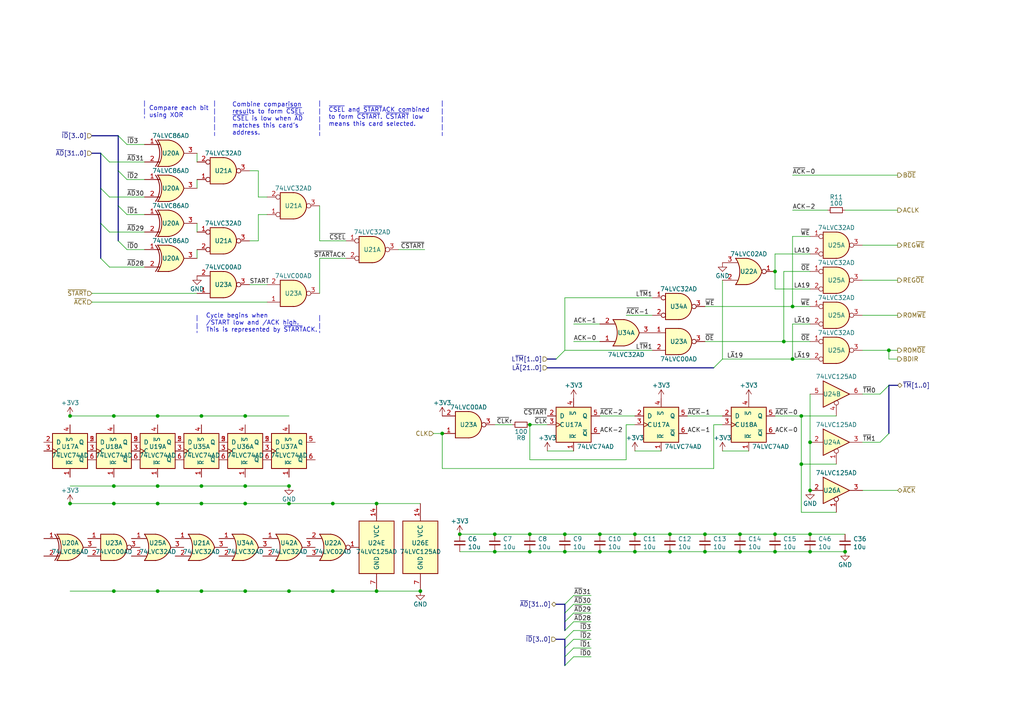
<source format=kicad_sch>
(kicad_sch (version 20211123) (generator eeschema)
  (paper "A4")
  (title_block (title "NuBus-ESP32") (date "2021-11-18") (rev "0.1") (company "Garrett's Workshop"))
  (lib_symbols
    (symbol "74xx:74LS00" (pin_names (offset 1.016))
      (property "Reference" "U" (at 0 1.27 0))
      (property "Value" "74LS00" (at 0 -1.27 0))
      (symbol "74LS00_1_1"
        (pin input line (at -7.62 2.54 0) (length 3.81) (name "~") (number "1"))
        (pin input line (at -7.62 -2.54 0) (length 3.81) (name "~") (number "2"))
        (pin output inverted (at 7.62 0 180) (length 3.81) (name "~") (number "3"))
      )
      (symbol "74LS00_1_2"
        (pin input inverted (at -7.62 2.54 0) (length 4.318) (name "~") (number "1"))
        (pin input inverted (at -7.62 -2.54 0) (length 4.318) (name "~") (number "2"))
        (pin output line (at 7.62 0 180) (length 3.81) (name "~") (number "3"))
      )
      (symbol "74LS00_2_1"
        (pin input line (at -7.62 2.54 0) (length 3.81) (name "~") (number "4"))
        (pin input line (at -7.62 -2.54 0) (length 3.81) (name "~") (number "5"))
        (pin output inverted (at 7.62 0 180) (length 3.81) (name "~") (number "6"))
      )
      (symbol "74LS00_2_2"
        (pin input inverted (at -7.62 2.54 0) (length 4.318) (name "~") (number "4"))
        (pin input inverted (at -7.62 -2.54 0) (length 4.318) (name "~") (number "5"))
        (pin output line (at 7.62 0 180) (length 3.81) (name "~") (number "6"))
      )
      (symbol "74LS00_3_1"
        (pin input line (at -7.62 -2.54 0) (length 3.81) (name "~") (number "10"))
        (pin output inverted (at 7.62 0 180) (length 3.81) (name "~") (number "8"))
        (pin input line (at -7.62 2.54 0) (length 3.81) (name "~") (number "9"))
      )
      (symbol "74LS00_3_2"
        (pin input inverted (at -7.62 -2.54 0) (length 4.318) (name "~") (number "10"))
        (pin output line (at 7.62 0 180) (length 3.81) (name "~") (number "8"))
        (pin input inverted (at -7.62 2.54 0) (length 4.318) (name "~") (number "9"))
      )
      (symbol "74LS00_4_1"
        (pin output inverted (at 7.62 0 180) (length 3.81) (name "~") (number "11"))
        (pin input line (at -7.62 2.54 0) (length 3.81) (name "~") (number "12"))
        (pin input line (at -7.62 -2.54 0) (length 3.81) (name "~") (number "13"))
      )
      (symbol "74LS00_4_2"
        (pin output line (at 7.62 0 180) (length 3.81) (name "~") (number "11"))
        (pin input inverted (at -7.62 2.54 0) (length 4.318) (name "~") (number "12"))
        (pin input inverted (at -7.62 -2.54 0) (length 4.318) (name "~") (number "13"))
      )
      (symbol "74LS00_5_0"
        (pin power_in line (at 0 12.7 270) (length 5.08) (name "VCC") (number "14"))
        (pin power_in line (at 0 -12.7 90) (length 5.08) (name "GND") (number "7"))
      )
    )
    (symbol "74xx:74LS02" (pin_names (offset 1.016))
      (property "Reference" "U" (at 0 1.27 0))
      (property "Value" "74LS02" (at 0 -1.27 0))
      (symbol "74LS02_1_1"
        (pin output inverted (at 7.62 0 180) (length 3.81) (name "~") (number "1"))
        (pin input line (at -7.62 2.54 0) (length 4.318) (name "~") (number "2"))
        (pin input line (at -7.62 -2.54 0) (length 4.318) (name "~") (number "3"))
      )
      (symbol "74LS02_1_2"
        (pin output line (at 7.62 0 180) (length 3.81) (name "~") (number "1"))
        (pin input inverted (at -7.62 2.54 0) (length 3.81) (name "~") (number "2"))
        (pin input inverted (at -7.62 -2.54 0) (length 3.81) (name "~") (number "3"))
      )
      (symbol "74LS02_2_1"
        (pin output inverted (at 7.62 0 180) (length 3.81) (name "~") (number "4"))
        (pin input line (at -7.62 2.54 0) (length 4.318) (name "~") (number "5"))
        (pin input line (at -7.62 -2.54 0) (length 4.318) (name "~") (number "6"))
      )
      (symbol "74LS02_2_2"
        (pin output line (at 7.62 0 180) (length 3.81) (name "~") (number "4"))
        (pin input inverted (at -7.62 2.54 0) (length 3.81) (name "~") (number "5"))
        (pin input inverted (at -7.62 -2.54 0) (length 3.81) (name "~") (number "6"))
      )
      (symbol "74LS02_3_1"
        (pin output inverted (at 7.62 0 180) (length 3.81) (name "~") (number "10"))
        (pin input line (at -7.62 2.54 0) (length 4.318) (name "~") (number "8"))
        (pin input line (at -7.62 -2.54 0) (length 4.318) (name "~") (number "9"))
      )
      (symbol "74LS02_3_2"
        (pin output line (at 7.62 0 180) (length 3.81) (name "~") (number "10"))
        (pin input inverted (at -7.62 2.54 0) (length 3.81) (name "~") (number "8"))
        (pin input inverted (at -7.62 -2.54 0) (length 3.81) (name "~") (number "9"))
      )
      (symbol "74LS02_4_1"
        (pin input line (at -7.62 2.54 0) (length 4.318) (name "~") (number "11"))
        (pin input line (at -7.62 -2.54 0) (length 4.318) (name "~") (number "12"))
        (pin output inverted (at 7.62 0 180) (length 3.81) (name "~") (number "13"))
      )
      (symbol "74LS02_4_2"
        (pin input inverted (at -7.62 2.54 0) (length 3.81) (name "~") (number "11"))
        (pin input inverted (at -7.62 -2.54 0) (length 3.81) (name "~") (number "12"))
        (pin output line (at 7.62 0 180) (length 3.81) (name "~") (number "13"))
      )
      (symbol "74LS02_5_0"
        (pin power_in line (at 0 12.7 270) (length 5.08) (name "VCC") (number "14"))
        (pin power_in line (at 0 -12.7 90) (length 5.08) (name "GND") (number "7"))
      )
    )
    (symbol "74xx:74LS125" (pin_names (offset 1.016))
      (property "Reference" "U" (at 0 1.27 0))
      (property "Value" "74LS125" (at 0 -1.27 0))
      (symbol "74LS125_1_0"
        (pin input inverted (at 0 -6.35 90) (length 4.445) (name "~") (number "1"))
        (pin input line (at -7.62 0 0) (length 3.81) (name "~") (number "2"))
        (pin tri_state line (at 7.62 0 180) (length 3.81) (name "~") (number "3"))
      )
      (symbol "74LS125_2_0"
        (pin input inverted (at 0 -6.35 90) (length 4.445) (name "~") (number "4"))
        (pin input line (at -7.62 0 0) (length 3.81) (name "~") (number "5"))
        (pin tri_state line (at 7.62 0 180) (length 3.81) (name "~") (number "6"))
      )
      (symbol "74LS125_3_0"
        (pin input inverted (at 0 -6.35 90) (length 4.445) (name "~") (number "10"))
        (pin tri_state line (at 7.62 0 180) (length 3.81) (name "~") (number "8"))
        (pin input line (at -7.62 0 0) (length 3.81) (name "~") (number "9"))
      )
      (symbol "74LS125_4_0"
        (pin tri_state line (at 7.62 0 180) (length 3.81) (name "~") (number "11"))
        (pin input line (at -7.62 0 0) (length 3.81) (name "~") (number "12"))
        (pin input inverted (at 0 -6.35 90) (length 4.445) (name "~") (number "13"))
      )
      (symbol "74LS125_5_0"
        (pin power_in line (at 0 12.7 270) (length 5.08) (name "VCC") (number "14"))
        (pin power_in line (at 0 -12.7 90) (length 5.08) (name "GND") (number "7"))
      )
    )
    (symbol "74xx:74LS32" (pin_names (offset 1.016))
      (property "Reference" "U" (at 0 1.27 0))
      (property "Value" "74LS32" (at 0 -1.27 0))
      (symbol "74LS32_1_1"
        (pin input line (at -7.62 2.54 0) (length 4.318) (name "~") (number "1"))
        (pin input line (at -7.62 -2.54 0) (length 4.318) (name "~") (number "2"))
        (pin output line (at 7.62 0 180) (length 3.81) (name "~") (number "3"))
      )
      (symbol "74LS32_1_2"
        (pin input inverted (at -7.62 2.54 0) (length 3.81) (name "~") (number "1"))
        (pin input inverted (at -7.62 -2.54 0) (length 3.81) (name "~") (number "2"))
        (pin output inverted (at 7.62 0 180) (length 3.81) (name "~") (number "3"))
      )
      (symbol "74LS32_2_1"
        (pin input line (at -7.62 2.54 0) (length 4.318) (name "~") (number "4"))
        (pin input line (at -7.62 -2.54 0) (length 4.318) (name "~") (number "5"))
        (pin output line (at 7.62 0 180) (length 3.81) (name "~") (number "6"))
      )
      (symbol "74LS32_2_2"
        (pin input inverted (at -7.62 2.54 0) (length 3.81) (name "~") (number "4"))
        (pin input inverted (at -7.62 -2.54 0) (length 3.81) (name "~") (number "5"))
        (pin output inverted (at 7.62 0 180) (length 3.81) (name "~") (number "6"))
      )
      (symbol "74LS32_3_1"
        (pin input line (at -7.62 -2.54 0) (length 4.318) (name "~") (number "10"))
        (pin output line (at 7.62 0 180) (length 3.81) (name "~") (number "8"))
        (pin input line (at -7.62 2.54 0) (length 4.318) (name "~") (number "9"))
      )
      (symbol "74LS32_3_2"
        (pin input inverted (at -7.62 -2.54 0) (length 3.81) (name "~") (number "10"))
        (pin output inverted (at 7.62 0 180) (length 3.81) (name "~") (number "8"))
        (pin input inverted (at -7.62 2.54 0) (length 3.81) (name "~") (number "9"))
      )
      (symbol "74LS32_4_1"
        (pin output line (at 7.62 0 180) (length 3.81) (name "~") (number "11"))
        (pin input line (at -7.62 2.54 0) (length 4.318) (name "~") (number "12"))
        (pin input line (at -7.62 -2.54 0) (length 4.318) (name "~") (number "13"))
      )
      (symbol "74LS32_4_2"
        (pin output inverted (at 7.62 0 180) (length 3.81) (name "~") (number "11"))
        (pin input inverted (at -7.62 2.54 0) (length 3.81) (name "~") (number "12"))
        (pin input inverted (at -7.62 -2.54 0) (length 3.81) (name "~") (number "13"))
      )
      (symbol "74LS32_5_0"
        (pin power_in line (at 0 12.7 270) (length 5.08) (name "VCC") (number "14"))
        (pin power_in line (at 0 -12.7 90) (length 5.08) (name "GND") (number "7"))
      )
    )
    (symbol "74xx:74LS74" (pin_names (offset 1.016))
      (property "Reference" "U" (at -7.62 8.89 0))
      (property "Value" "74LS74" (at -7.62 -8.89 0))
      (symbol "74LS74_1_0"
        (pin input line (at 0 -7.62 90) (length 2.54) (name "~{R}") (number "1"))
        (pin input line (at -7.62 2.54 0) (length 2.54) (name "D") (number "2"))
        (pin input clock (at -7.62 0 0) (length 2.54) (name "C") (number "3"))
        (pin input line (at 0 7.62 270) (length 2.54) (name "~{S}") (number "4"))
        (pin output line (at 7.62 2.54 180) (length 2.54) (name "Q") (number "5"))
        (pin output line (at 7.62 -2.54 180) (length 2.54) (name "~{Q}") (number "6"))
      )
      (symbol "74LS74_2_0"
        (pin input line (at 0 7.62 270) (length 2.54) (name "~{S}") (number "10"))
        (pin input clock (at -7.62 0 0) (length 2.54) (name "C") (number "11"))
        (pin input line (at -7.62 2.54 0) (length 2.54) (name "D") (number "12"))
        (pin input line (at 0 -7.62 90) (length 2.54) (name "~{R}") (number "13"))
        (pin output line (at 7.62 -2.54 180) (length 2.54) (name "~{Q}") (number "8"))
        (pin output line (at 7.62 2.54 180) (length 2.54) (name "Q") (number "9"))
      )
      (symbol "74LS74_3_0"
        (pin power_in line (at 0 10.16 270) (length 2.54) (name "VCC") (number "14"))
        (pin power_in line (at 0 -10.16 90) (length 2.54) (name "GND") (number "7"))
      )
    )
    (symbol "74xx:74LS86" (pin_names (offset 1.016))
      (property "Reference" "U" (at 0 1.27 0))
      (property "Value" "74LS86" (at 0 -1.27 0))
      (symbol "74LS86_1_0"
        (pin input line (at -7.62 2.54 0) (length 4.445) (name "~") (number "1"))
        (pin input line (at -7.62 -2.54 0) (length 4.445) (name "~") (number "2"))
        (pin output line (at 7.62 0 180) (length 3.81) (name "~") (number "3"))
      )
      (symbol "74LS86_2_0"
        (pin input line (at -7.62 2.54 0) (length 4.445) (name "~") (number "4"))
        (pin input line (at -7.62 -2.54 0) (length 4.445) (name "~") (number "5"))
        (pin output line (at 7.62 0 180) (length 3.81) (name "~") (number "6"))
      )
      (symbol "74LS86_3_0"
        (pin input line (at -7.62 -2.54 0) (length 4.445) (name "~") (number "10"))
        (pin output line (at 7.62 0 180) (length 3.81) (name "~") (number "8"))
        (pin input line (at -7.62 2.54 0) (length 4.445) (name "~") (number "9"))
      )
      (symbol "74LS86_4_0"
        (pin output line (at 7.62 0 180) (length 3.81) (name "~") (number "11"))
        (pin input line (at -7.62 2.54 0) (length 4.445) (name "~") (number "12"))
        (pin input line (at -7.62 -2.54 0) (length 4.445) (name "~") (number "13"))
      )
      (symbol "74LS86_5_0"
        (pin power_in line (at 0 12.7 270) (length 5.08) (name "VCC") (number "14"))
        (pin power_in line (at 0 -12.7 90) (length 5.08) (name "GND") (number "7"))
      )
    )
    (symbol "Device:C_Small" (pin_numbers hide) (pin_names (offset 0.254) hide)
      (property "Reference" "C" (at 0.254 1.778 0))
      (property "Value" "C_Small" (at 0.254 -2.032 0))
      (symbol "C_Small_1_1"
        (pin passive line (at 0 2.54 270) (length 2.032) (name "~") (number "1"))
        (pin passive line (at 0 -2.54 90) (length 2.032) (name "~") (number "2"))
      )
    )
    (symbol "Device:R_Small" (pin_numbers hide) (pin_names (offset 0.254) hide)
      (property "Reference" "R" (at 0.762 0.508 0))
      (property "Value" "R_Small" (at 0.762 -1.016 0))
      (symbol "R_Small_1_1"
        (pin passive line (at 0 2.54 270) (length 0.762) (name "~") (number "1"))
        (pin passive line (at 0 -2.54 90) (length 0.762) (name "~") (number "2"))
      )
    )
    (symbol "power:+3V3" (power) (pin_names (offset 0))
      (property "Value" "+3V3" (at 0 3.556 0))
      (symbol "+3V3_1_1"
        (pin power_in line (at 0 0 90) (length 0) hide (name "+3V3") (number "1"))
      )
    )
    (symbol "power:GND" (power) (pin_names (offset 0))
      (property "Value" "GND" (at 0 -3.81 0))
      (symbol "GND_1_1"
        (pin power_in line (at 0 0 270) (length 0) hide (name "GND") (number "1"))
      )
    )
  )
  (junction (at 128.27 125.73))
  (junction (at 232.41 120.65))
  (junction (at 153.67 154.94))
  (junction (at 58.42 171.45))
  (junction (at 184.15 160.02))
  (junction (at 33.02 171.45))
  (junction (at 121.92 171.45))
  (junction (at 184.15 154.94))
  (junction (at 194.31 160.02))
  (junction (at 163.83 160.02))
  (junction (at 194.31 154.94))
  (junction (at 33.02 146.05))
  (junction (at 173.99 160.02))
  (junction (at 96.52 171.45))
  (junction (at 109.22 171.45))
  (junction (at 163.83 154.94))
  (junction (at 45.72 120.65))
  (junction (at 229.87 88.9))
  (junction (at 45.72 146.05))
  (junction (at 143.51 160.02))
  (junction (at 58.42 146.05))
  (junction (at 224.79 154.94))
  (junction (at 20.32 146.05))
  (junction (at 33.02 120.65))
  (junction (at 96.52 146.05))
  (junction (at 83.82 171.45))
  (junction (at 214.63 154.94))
  (junction (at 133.35 154.94))
  (junction (at 71.12 140.97))
  (junction (at 153.67 123.19))
  (junction (at 234.95 128.27))
  (junction (at 232.41 134.62))
  (junction (at 224.79 78.74))
  (junction (at 45.72 171.45))
  (junction (at 20.32 120.65))
  (junction (at 234.95 154.94))
  (junction (at 153.67 160.02))
  (junction (at 224.79 160.02))
  (junction (at 204.47 160.02))
  (junction (at 83.82 140.97))
  (junction (at 109.22 146.05))
  (junction (at 234.95 142.24))
  (junction (at 83.82 146.05))
  (junction (at 257.81 101.6))
  (junction (at 227.33 99.06))
  (junction (at 204.47 154.94))
  (junction (at 71.12 171.45))
  (junction (at 33.02 140.97))
  (junction (at 245.11 160.02))
  (junction (at 58.42 120.65))
  (junction (at 45.72 140.97))
  (junction (at 71.12 146.05))
  (junction (at 71.12 120.65))
  (junction (at 229.87 104.14))
  (junction (at 234.95 160.02))
  (junction (at 58.42 140.97))
  (junction (at 214.63 160.02))
  (junction (at 173.99 154.94))
  (junction (at 143.51 154.94))
  (bus_entry (at 34.29 39.37) (size 2.54 2.54))
  (bus_entry (at 29.21 74.93) (size 2.54 2.54))
  (bus_entry (at 34.29 49.53) (size 2.54 2.54))
  (bus_entry (at 163.83 182.88) (size 2.54 -2.54))
  (bus_entry (at 163.83 193.04) (size 2.54 -2.54))
  (bus_entry (at 161.29 104.14) (size 2.54 -2.54))
  (bus_entry (at 163.83 180.34) (size 2.54 -2.54))
  (bus_entry (at 207.01 106.68) (size 2.54 -2.54))
  (bus_entry (at 257.81 111.76) (size -2.54 2.54))
  (bus_entry (at 29.21 64.77) (size 2.54 2.54))
  (bus_entry (at 163.83 190.5) (size 2.54 -2.54))
  (bus_entry (at 29.21 44.45) (size 2.54 2.54))
  (bus_entry (at 163.83 177.8) (size 2.54 -2.54))
  (bus_entry (at 29.21 54.61) (size 2.54 2.54))
  (bus_entry (at 163.83 175.26) (size 2.54 -2.54))
  (bus_entry (at 34.29 59.69) (size 2.54 2.54))
  (bus_entry (at 257.81 125.73) (size -2.54 2.54))
  (bus_entry (at 34.29 69.85) (size 2.54 2.54))
  (bus_entry (at 163.83 187.96) (size 2.54 -2.54))
  (bus_entry (at 163.83 185.42) (size 2.54 -2.54))
  (wire (pts (xy 83.82 171.45) (xy 96.52 171.45)))
  (wire (pts (xy 71.12 140.97) (xy 58.42 140.97)))
  (wire (pts (xy 31.75 67.31) (xy 41.91 67.31)))
  (wire (pts (xy 83.82 140.97) (xy 71.12 140.97)))
  (wire (pts (xy 240.03 60.96) (xy 229.87 60.96)))
  (wire (pts (xy 229.87 68.58) (xy 234.95 68.58)))
  (wire (pts (xy 250.19 91.44) (xy 260.35 91.44)))
  (wire (pts (xy 36.83 41.91) (xy 41.91 41.91)))
  (wire (pts (xy 234.95 154.94) (xy 245.11 154.94)))
  (wire (pts (xy 72.39 82.55) (xy 77.47 82.55)))
  (wire (pts (xy 260.35 104.14) (xy 257.81 104.14)))
  (wire (pts (xy 209.55 130.81) (xy 217.17 130.81)))
  (wire (pts (xy 229.87 88.9) (xy 229.87 68.58)))
  (bus (pts (xy 26.67 44.45) (xy 29.21 44.45)))
  (polyline (pts (xy 92.71 91.44) (xy 92.71 96.52)))
  (wire (pts (xy 234.95 128.27) (xy 234.95 114.3)))
  (wire (pts (xy 36.83 62.23) (xy 41.91 62.23)))
  (wire (pts (xy 128.27 125.73) (xy 128.27 135.89)))
  (wire (pts (xy 227.33 78.74) (xy 234.95 78.74)))
  (bus (pts (xy 207.01 106.68) (xy 158.75 106.68)))
  (wire (pts (xy 214.63 154.94) (xy 204.47 154.94)))
  (wire (pts (xy 229.87 93.98) (xy 229.87 104.14)))
  (wire (pts (xy 181.61 133.35) (xy 153.67 133.35)))
  (wire (pts (xy 255.27 128.27) (xy 250.19 128.27)))
  (wire (pts (xy 163.83 160.02) (xy 153.67 160.02)))
  (bus (pts (xy 163.83 180.34) (xy 163.83 182.88)))
  (wire (pts (xy 181.61 91.44) (xy 189.23 91.44)))
  (wire (pts (xy 26.67 87.63) (xy 77.47 87.63)))
  (wire (pts (xy 166.37 190.5) (xy 171.45 190.5)))
  (bus (pts (xy 34.29 59.69) (xy 34.29 69.85)))
  (wire (pts (xy 100.33 74.93) (xy 92.71 74.93)))
  (wire (pts (xy 166.37 180.34) (xy 171.45 180.34)))
  (wire (pts (xy 250.19 71.12) (xy 260.35 71.12)))
  (wire (pts (xy 234.95 160.02) (xy 245.11 160.02)))
  (wire (pts (xy 33.02 146.05) (xy 45.72 146.05)))
  (wire (pts (xy 96.52 146.05) (xy 109.22 146.05)))
  (wire (pts (xy 234.95 88.9) (xy 229.87 88.9)))
  (bus (pts (xy 260.35 111.76) (xy 257.81 111.76)))
  (wire (pts (xy 57.15 52.07) (xy 57.15 54.61)))
  (wire (pts (xy 45.72 140.97) (xy 33.02 140.97)))
  (wire (pts (xy 74.93 62.23) (xy 74.93 69.85)))
  (wire (pts (xy 100.33 69.85) (xy 92.71 69.85)))
  (wire (pts (xy 36.83 52.07) (xy 41.91 52.07)))
  (wire (pts (xy 214.63 160.02) (xy 224.79 160.02)))
  (wire (pts (xy 36.83 72.39) (xy 41.91 72.39)))
  (wire (pts (xy 234.95 99.06) (xy 227.33 99.06)))
  (wire (pts (xy 229.87 93.98) (xy 234.95 93.98)))
  (wire (pts (xy 209.55 120.65) (xy 199.39 120.65)))
  (bus (pts (xy 29.21 54.61) (xy 29.21 64.77)))
  (wire (pts (xy 74.93 49.53) (xy 72.39 49.53)))
  (polyline (pts (xy 41.91 29.21) (xy 41.91 34.29)))
  (bus (pts (xy 34.29 39.37) (xy 34.29 49.53)))
  (wire (pts (xy 96.52 171.45) (xy 109.22 171.45)))
  (wire (pts (xy 224.79 154.94) (xy 214.63 154.94)))
  (wire (pts (xy 232.41 120.65) (xy 232.41 134.62)))
  (wire (pts (xy 20.32 120.65) (xy 33.02 120.65)))
  (wire (pts (xy 45.72 171.45) (xy 33.02 171.45)))
  (bus (pts (xy 163.83 175.26) (xy 161.29 175.26)))
  (wire (pts (xy 204.47 160.02) (xy 214.63 160.02)))
  (wire (pts (xy 207.01 123.19) (xy 209.55 123.19)))
  (bus (pts (xy 163.83 185.42) (xy 163.83 187.96)))
  (wire (pts (xy 143.51 154.94) (xy 153.67 154.94)))
  (wire (pts (xy 125.73 125.73) (xy 128.27 125.73)))
  (wire (pts (xy 234.95 154.94) (xy 224.79 154.94)))
  (wire (pts (xy 229.87 88.9) (xy 204.47 88.9)))
  (wire (pts (xy 31.75 46.99) (xy 41.91 46.99)))
  (wire (pts (xy 57.15 44.45) (xy 57.15 46.99)))
  (wire (pts (xy 224.79 83.82) (xy 234.95 83.82)))
  (wire (pts (xy 224.79 73.66) (xy 224.79 78.74)))
  (wire (pts (xy 74.93 69.85) (xy 72.39 69.85)))
  (wire (pts (xy 77.47 62.23) (xy 74.93 62.23)))
  (wire (pts (xy 58.42 171.45) (xy 45.72 171.45)))
  (wire (pts (xy 45.72 146.05) (xy 58.42 146.05)))
  (wire (pts (xy 92.71 59.69) (xy 92.71 69.85)))
  (wire (pts (xy 109.22 146.05) (xy 121.92 146.05)))
  (bus (pts (xy 34.29 49.53) (xy 34.29 59.69)))
  (wire (pts (xy 45.72 120.65) (xy 58.42 120.65)))
  (wire (pts (xy 121.92 171.45) (xy 109.22 171.45)))
  (bus (pts (xy 163.83 175.26) (xy 163.83 177.8)))
  (bus (pts (xy 163.83 190.5) (xy 163.83 193.04)))
  (wire (pts (xy 58.42 120.65) (xy 71.12 120.65)))
  (wire (pts (xy 58.42 140.97) (xy 45.72 140.97)))
  (wire (pts (xy 227.33 99.06) (xy 204.47 99.06)))
  (wire (pts (xy 184.15 123.19) (xy 181.61 123.19)))
  (wire (pts (xy 153.67 123.19) (xy 158.75 123.19)))
  (wire (pts (xy 163.83 86.36) (xy 189.23 86.36)))
  (wire (pts (xy 166.37 182.88) (xy 171.45 182.88)))
  (wire (pts (xy 153.67 154.94) (xy 163.83 154.94)))
  (bus (pts (xy 163.83 185.42) (xy 161.29 185.42)))
  (wire (pts (xy 204.47 154.94) (xy 194.31 154.94)))
  (wire (pts (xy 128.27 135.89) (xy 207.01 135.89)))
  (wire (pts (xy 58.42 146.05) (xy 71.12 146.05)))
  (wire (pts (xy 83.82 146.05) (xy 96.52 146.05)))
  (wire (pts (xy 227.33 78.74) (xy 227.33 99.06)))
  (polyline (pts (xy 57.15 91.44) (xy 57.15 96.52)))
  (wire (pts (xy 143.51 123.19) (xy 148.59 123.19)))
  (wire (pts (xy 163.83 101.6) (xy 189.23 101.6)))
  (wire (pts (xy 255.27 114.3) (xy 250.19 114.3)))
  (wire (pts (xy 57.15 72.39) (xy 57.15 74.93)))
  (wire (pts (xy 224.79 73.66) (xy 234.95 73.66)))
  (wire (pts (xy 166.37 185.42) (xy 171.45 185.42)))
  (polyline (pts (xy 92.71 29.21) (xy 92.71 39.37)))
  (wire (pts (xy 31.75 77.47) (xy 41.91 77.47)))
  (wire (pts (xy 57.15 64.77) (xy 57.15 67.31)))
  (wire (pts (xy 229.87 50.8) (xy 260.35 50.8)))
  (wire (pts (xy 158.75 130.81) (xy 166.37 130.81)))
  (wire (pts (xy 207.01 135.89) (xy 207.01 123.19)))
  (wire (pts (xy 166.37 93.98) (xy 173.99 93.98)))
  (wire (pts (xy 33.02 140.97) (xy 20.32 140.97)))
  (wire (pts (xy 20.32 146.05) (xy 33.02 146.05)))
  (wire (pts (xy 26.67 85.09) (xy 57.15 85.09)))
  (wire (pts (xy 232.41 148.59) (xy 242.57 148.59)))
  (wire (pts (xy 153.67 160.02) (xy 143.51 160.02)))
  (wire (pts (xy 58.42 171.45) (xy 71.12 171.45)))
  (wire (pts (xy 92.71 74.93) (xy 92.71 85.09)))
  (wire (pts (xy 250.19 81.28) (xy 260.35 81.28)))
  (wire (pts (xy 166.37 187.96) (xy 171.45 187.96)))
  (wire (pts (xy 115.57 72.39) (xy 123.19 72.39)))
  (bus (pts (xy 29.21 44.45) (xy 29.21 54.61)))
  (wire (pts (xy 83.82 146.05) (xy 71.12 146.05)))
  (bus (pts (xy 163.83 187.96) (xy 163.83 190.5)))
  (wire (pts (xy 33.02 171.45) (xy 20.32 171.45)))
  (wire (pts (xy 250.19 101.6) (xy 257.81 101.6)))
  (wire (pts (xy 184.15 160.02) (xy 194.31 160.02)))
  (wire (pts (xy 166.37 175.26) (xy 171.45 175.26)))
  (wire (pts (xy 166.37 172.72) (xy 171.45 172.72)))
  (wire (pts (xy 232.41 120.65) (xy 242.57 120.65)))
  (wire (pts (xy 257.81 101.6) (xy 260.35 101.6)))
  (wire (pts (xy 245.11 60.96) (xy 260.35 60.96)))
  (polyline (pts (xy 62.23 29.21) (xy 62.23 39.37)))
  (wire (pts (xy 173.99 154.94) (xy 163.83 154.94)))
  (wire (pts (xy 232.41 134.62) (xy 232.41 148.59)))
  (polyline (pts (xy 128.27 29.21) (xy 128.27 39.37)))
  (wire (pts (xy 194.31 154.94) (xy 184.15 154.94)))
  (wire (pts (xy 224.79 78.74) (xy 224.79 83.82)))
  (wire (pts (xy 209.55 81.28) (xy 209.55 104.14)))
  (wire (pts (xy 163.83 101.6) (xy 163.83 86.36)))
  (wire (pts (xy 77.47 57.15) (xy 74.93 57.15)))
  (wire (pts (xy 153.67 133.35) (xy 153.67 123.19)))
  (bus (pts (xy 257.81 125.73) (xy 257.81 111.76)))
  (wire (pts (xy 133.35 154.94) (xy 143.51 154.94)))
  (wire (pts (xy 209.55 104.14) (xy 229.87 104.14)))
  (bus (pts (xy 163.83 177.8) (xy 163.83 180.34)))
  (wire (pts (xy 163.83 160.02) (xy 173.99 160.02)))
  (wire (pts (xy 229.87 104.14) (xy 234.95 104.14)))
  (wire (pts (xy 184.15 130.81) (xy 191.77 130.81)))
  (wire (pts (xy 194.31 160.02) (xy 204.47 160.02)))
  (wire (pts (xy 33.02 120.65) (xy 45.72 120.65)))
  (wire (pts (xy 71.12 171.45) (xy 83.82 171.45)))
  (wire (pts (xy 31.75 57.15) (xy 41.91 57.15)))
  (wire (pts (xy 257.81 104.14) (xy 257.81 101.6)))
  (wire (pts (xy 234.95 142.24) (xy 234.95 128.27)))
  (wire (pts (xy 184.15 154.94) (xy 173.99 154.94)))
  (wire (pts (xy 173.99 160.02) (xy 184.15 160.02)))
  (wire (pts (xy 232.41 134.62) (xy 242.57 134.62)))
  (wire (pts (xy 74.93 57.15) (xy 74.93 49.53)))
  (wire (pts (xy 224.79 160.02) (xy 234.95 160.02)))
  (bus (pts (xy 29.21 64.77) (xy 29.21 74.93)))
  (wire (pts (xy 166.37 177.8) (xy 171.45 177.8)))
  (wire (pts (xy 143.51 160.02) (xy 133.35 160.02)))
  (wire (pts (xy 224.79 120.65) (xy 232.41 120.65)))
  (wire (pts (xy 166.37 99.06) (xy 173.99 99.06)))
  (wire (pts (xy 181.61 123.19) (xy 181.61 133.35)))
  (wire (pts (xy 71.12 120.65) (xy 83.82 120.65)))
  (wire (pts (xy 184.15 120.65) (xy 173.99 120.65)))
  (wire (pts (xy 250.19 142.24) (xy 260.35 142.24)))
  (bus (pts (xy 34.29 39.37) (xy 26.67 39.37)))
  (bus (pts (xy 158.75 104.14) (xy 161.29 104.14)))
  (text "~{CSEL} and ~{START}ACK combined\nto form ~{CSTART}. ~{CSTART} low\nmeans this card selected." (at 95.25 36.83 0) (effects (font (size 1.27 1.27)) (justify left bottom)))
  (text "Cycle begins when\n/START low and /ACK high.\nThis is represented by ~{START}ACK." (at 59.69 96.52 0) (effects (font (size 1.27 1.27)) (justify left bottom)))
  (text "Compare each bit\nusing XOR" (at 43.18 34.29 0) (effects (font (size 1.27 1.27)) (justify left bottom)))
  (text "Combine comparison\nresults to form ~{CSEL}.\n~{CSEL} is low when ~{AD}\nmatches this card’s\naddress." (at 67.31 39.37 0) (effects (font (size 1.27 1.27)) (justify left bottom)))
  (label "~{CLK}r" (at 148.59 123.19 180))
  (label "~{START}ACK" (at 100.33 74.93 180))
  (label "~{ID}3" (at 171.45 182.88 180))
  (label "~{ACK}-1" (at 199.39 120.65 0))
  (label "L~{A}19" (at 210.82 104.14 0))
  (label "~{ACK}-0" (at 224.79 120.65 0))
  (label "ACK-0" (at 166.37 99.06 0))
  (label "~{ID}2" (at 171.45 185.42 180))
  (label "~{AD}31" (at 171.45 172.72 180))
  (label "~{CLK}" (at 158.75 123.19 180))
  (label "~{OE}" (at 204.47 99.06 0))
  (label "~{CSTART}" (at 158.75 120.65 180))
  (label "~{ACK}-2" (at 173.99 120.65 0))
  (label "~{WE}" (at 234.95 68.58 180))
  (label "LA19" (at 234.95 73.66 180))
  (label "~{CSEL}" (at 100.33 69.85 180))
  (label "~{ID}0" (at 171.45 190.5 180))
  (label "ACK-2" (at 229.87 60.96 0))
  (label "~{WE}" (at 204.47 88.9 0))
  (label "~{AD}30" (at 36.83 57.15 0))
  (label "LA19" (at 234.95 83.82 180))
  (label "~{AD}29" (at 171.45 177.8 180))
  (label "~{ID}1" (at 36.83 62.23 0))
  (label "~{ACK}-0" (at 229.87 50.8 0))
  (label "L~{A}19" (at 234.95 104.14 180))
  (label "~{AD}28" (at 171.45 180.34 180))
  (label "~{ID}2" (at 36.83 52.07 0))
  (label "ACK-2" (at 173.99 125.73 0))
  (label "~{AD}29" (at 36.83 67.31 0))
  (label "~{OE}" (at 234.95 99.06 180))
  (label "~{ID}3" (at 36.83 41.91 0))
  (label "L~{A}19" (at 234.95 93.98 180))
  (label "ACK-1" (at 199.39 125.73 0))
  (label "~{ID}0" (at 36.83 72.39 0))
  (label "~{ID}1" (at 171.45 187.96 180))
  (label "START" (at 72.39 82.55 0))
  (label "~{AD}31" (at 36.83 46.99 0))
  (label "~{CSTART}" (at 123.19 72.39 180))
  (label "ACK-0" (at 224.79 125.73 0))
  (label "~{AD}30" (at 171.45 175.26 180))
  (label "~{TM}1" (at 250.19 128.27 0))
  (label "~{ACK}-1" (at 181.61 91.44 0))
  (label "~{OE}" (at 234.95 78.74 180))
  (label "ACK-1" (at 166.37 93.98 0))
  (label "L~{TM}1" (at 189.23 101.6 180))
  (label "~{WE}" (at 234.95 88.9 180))
  (label "L~{TM}1" (at 189.23 86.36 180))
  (label "~{AD}28" (at 36.83 77.47 0))
  (label "~{TM}0" (at 250.19 114.3 0))
  (hierarchical_label "~{AD}[31..0]" (shape input) (at 26.67 44.45 180))
  (hierarchical_label "L~{TM}[1..0]" (shape input) (at 158.75 104.14 180))
  (hierarchical_label "BDIR" (shape output) (at 260.35 104.14 0))
  (hierarchical_label "B~{OE}" (shape output) (at 260.35 50.8 0))
  (hierarchical_label "~{ID}[3..0]" (shape input) (at 26.67 39.37 180))
  (hierarchical_label "REG~{OE}" (shape output) (at 260.35 81.28 0))
  (hierarchical_label "REG~{WE}" (shape output) (at 260.35 71.12 0))
  (hierarchical_label "ROM~{OE}" (shape output) (at 260.35 101.6 0))
  (hierarchical_label "~{AD}[31..0]" (shape bidirectional) (at 161.29 175.26 180))
  (hierarchical_label "~{ACK}" (shape bidirectional) (at 260.35 142.24 0))
  (hierarchical_label "~{ACK}" (shape input) (at 26.67 87.63 180))
  (hierarchical_label "~{ID}[3..0]" (shape input) (at 161.29 185.42 180))
  (hierarchical_label "CLK" (shape input) (at 125.73 125.73 180))
  (hierarchical_label "~{TM}[1..0]" (shape bidirectional) (at 260.35 111.76 0))
  (hierarchical_label "ACLK" (shape output) (at 260.35 60.96 0))
  (hierarchical_label "L~{A}[21..0]" (shape input) (at 158.75 106.68 180))
  (hierarchical_label "~{START}" (shape input) (at 26.67 85.09 180))
  (hierarchical_label "ROM~{WE}" (shape output) (at 260.35 91.44 0))
  (symbol (lib_id "Device:R_Small") (at 151.13 123.19 90)
    (property "Reference" "R8" (at 151.13 127 90))
    (property "Value" "100" (at 151.13 124.46 90) (effects (justify bottom)))
    (property "Footprint" "stdpads:R_0805" (effects hide))
    (property "LCSC Part" "C17408" (effects hide))
  )
  (symbol (lib_id "Device:R_Small") (at 242.57 60.96 90) (mirror x) (unit 1)
    (property "Reference" "R11" (at 242.57 57.15 90))
    (property "Value" "100" (at 242.57 59.69 90) (effects (justify bottom)))
    (property "Footprint" "stdpads:R_0805" (effects hide))
    (property "LCSC Part" "C17408" (effects hide))
  )
  (symbol (lib_id "74xx:74LS00") (at 135.89 123.19 0) (mirror x)
    (property "Reference" "U23" (at 135.89 123.19 0))
    (property "Value" "74LVC00AD" (at 135.89 118.11 0))
    (property "Footprint" "stdpads:SOIC-14_3.9mm" (effects hide))
    (property "Datasheet" "http://www.ti.com/lit/gpn/sn74LS00" (effects hide))
    (property "LCSC Part" "C7802" (effects hide))
  )
  (symbol (lib_id "74xx:74LS86") (at 20.32 158.75 0)
    (property "Reference" "U20" (at 20.32 157.48 0))
    (property "Value" "74LVC86AD" (at 20.32 160.02 0))
    (property "Footprint" "stdpads:SOIC-14_3.9mm" (effects hide))
    (property "Datasheet" "http://www.ti.com/lit/gpn/sn74LS86" (effects hide))
    (property "LCSC Part" "C548853" (effects hide))
  )
  (symbol (lib_id "74xx:74LS00") (at 33.02 158.75 0)
    (property "Reference" "U23" (at 33.02 157.48 0))
    (property "Value" "74LVC00AD" (at 33.02 160.02 0))
    (property "Footprint" "stdpads:SOIC-14_3.9mm" (effects hide))
    (property "Datasheet" "http://www.ti.com/lit/gpn/sn74LS00" (effects hide))
    (property "LCSC Part" "C7802" (effects hide))
  )
  (symbol (lib_id "74xx:74LS32") (at 45.72 158.75 0)
    (property "Reference" "U25" (at 45.72 157.48 0))
    (property "Value" "74LVC32AD" (at 45.72 160.02 0))
    (property "Footprint" "stdpads:SOIC-14_3.9mm" (effects hide))
    (property "Datasheet" "http://www.ti.com/lit/gpn/sn74LS08" (effects hide))
    (property "LCSC Part" "C7852" (effects hide))
  )
  (symbol (lib_id "74xx:74LS32") (at 58.42 158.75 0)
    (property "Reference" "U21" (at 58.42 157.48 0))
    (property "Value" "74LVC32AD" (at 58.42 160.02 0))
    (property "Footprint" "stdpads:SOIC-14_3.9mm" (effects hide))
    (property "Datasheet" "http://www.ti.com/lit/gpn/sn74LS08" (effects hide))
    (property "LCSC Part" "C7852" (effects hide))
  )
  (symbol (lib_id "74xx:74LS02") (at 96.52 158.75 0)
    (property "Reference" "U22" (at 96.52 157.48 0))
    (property "Value" "74LVC02AD" (at 96.52 160.02 0))
    (property "Footprint" "stdpads:SOIC-14_3.9mm" (effects hide))
    (property "Datasheet" "http://www.ti.com/lit/gpn/sn74LS02" (effects hide))
    (property "LCSC Part" "C7804" (effects hide))
  )
  (symbol (lib_id "74xx:74LS32") (at 71.12 158.75 0)
    (property "Reference" "U34" (at 71.12 157.48 0))
    (property "Value" "74LVC32AD" (at 71.12 160.02 0))
    (property "Footprint" "stdpads:SOIC-14_3.9mm" (effects hide))
    (property "Datasheet" "http://www.ti.com/lit/gpn/sn74LS08" (effects hide))
    (property "LCSC Part" "C7852" (effects hide))
  )
  (symbol (lib_id "74xx:74LS32") (at 196.85 88.9 0) (convert 2)
    (property "Reference" "U34" (at 196.85 88.9 0))
    (property "Value" "74LVC32AD" (at 196.85 83.82 0))
    (property "Footprint" "stdpads:SOIC-14_3.9mm" (effects hide))
    (property "Datasheet" "http://www.ti.com/lit/gpn/sn74LS08" (effects hide))
    (property "LCSC Part" "C7852" (effects hide))
  )
  (symbol (lib_id "74xx:74LS74") (at 20.32 130.81 0)
    (property "Reference" "U17" (at 20.32 129.54 0))
    (property "Value" "74LVC74AD" (at 20.32 132.08 0))
    (property "Footprint" "stdpads:SOIC-14_3.9mm" (effects hide))
    (property "Datasheet" "74xx/74hc_hct74.pdf" (effects hide))
    (property "LCSC Part" "C7864" (effects hide))
  )
  (symbol (lib_id "power:+3V3") (at 20.32 146.05 0) (unit 1)
    (property "Reference" "#PWR0231" (effects hide))
    (property "Value" "+3V3" (at 20.32 142.24 0))
  )
  (symbol (lib_id "power:GND") (at 121.92 171.45 0) (unit 1)
    (property "Reference" "#PWR0232" (effects hide))
    (property "Value" "GND" (at 121.92 175.26 0))
  )
  (symbol (lib_id "74xx:74LS74") (at 33.02 130.81 0)
    (property "Reference" "U18" (at 33.02 129.54 0))
    (property "Value" "74LVC74AD" (at 33.02 132.08 0))
    (property "Footprint" "stdpads:SOIC-14_3.9mm" (effects hide))
    (property "Datasheet" "74xx/74hc_hct74.pdf" (effects hide))
    (property "LCSC Part" "C7864" (effects hide))
  )
  (symbol (lib_id "74xx:74LS74") (at 45.72 130.81 0)
    (property "Reference" "U19" (at 45.72 129.54 0))
    (property "Value" "74LVC74AD" (at 45.72 132.08 0))
    (property "Footprint" "stdpads:SOIC-14_3.9mm" (effects hide))
    (property "Datasheet" "74xx/74hc_hct74.pdf" (effects hide))
    (property "LCSC Part" "C7864" (effects hide))
  )
  (symbol (lib_id "74xx:74LS74") (at 58.42 130.81 0)
    (property "Reference" "U35" (at 58.42 129.54 0))
    (property "Value" "74LVC74AD" (at 58.42 132.08 0))
    (property "Footprint" "stdpads:SOIC-14_3.9mm" (effects hide))
    (property "Datasheet" "74xx/74hc_hct74.pdf" (effects hide))
    (property "LCSC Part" "C7864" (effects hide))
  )
  (symbol (lib_id "74xx:74LS74") (at 71.12 130.81 0)
    (property "Reference" "U36" (at 71.12 129.54 0))
    (property "Value" "74LVC74AD" (at 71.12 132.08 0))
    (property "Footprint" "stdpads:SOIC-14_3.9mm" (effects hide))
    (property "Datasheet" "74xx/74hc_hct74.pdf" (effects hide))
    (property "LCSC Part" "C7864" (effects hide))
  )
  (symbol (lib_id "74xx:74LS74") (at 83.82 130.81 0)
    (property "Reference" "U37" (at 83.82 129.54 0))
    (property "Value" "74LVC74AD" (at 83.82 132.08 0))
    (property "Footprint" "stdpads:SOIC-14_3.9mm" (effects hide))
    (property "Datasheet" "74xx/74hc_hct74.pdf" (effects hide))
    (property "LCSC Part" "C7864" (effects hide))
  )
  (symbol (lib_id "74xx:74LS125") (at 109.22 158.75 0) (unit 5)
    (property "Reference" "U24" (at 109.22 157.48 0))
    (property "Value" "74LVC125AD" (at 109.22 160.02 0))
    (property "Footprint" "stdpads:SOIC-14_3.9mm" (effects hide))
    (property "Datasheet" "http://www.ti.com/lit/gpn/sn74LS125" (effects hide))
    (property "LCSC Part" "C7661" (effects hide))
  )
  (symbol (lib_id "74xx:74LS125") (at 121.92 158.75 0) (unit 5)
    (property "Reference" "U26" (at 121.92 157.48 0))
    (property "Value" "74LVC125AD" (at 121.92 160.02 0))
    (property "Footprint" "stdpads:SOIC-14_3.9mm" (effects hide))
    (property "Datasheet" "http://www.ti.com/lit/gpn/sn74LS125" (effects hide))
    (property "LCSC Part" "C7661" (effects hide))
  )
  (symbol (lib_id "power:+3V3") (at 20.32 120.65 0) (unit 1)
    (property "Reference" "#PWR0233" (effects hide))
    (property "Value" "+3V3" (at 20.32 116.84 0))
  )
  (symbol (lib_id "power:GND") (at 83.82 140.97 0) (unit 1)
    (property "Reference" "#PWR0234" (effects hide))
    (property "Value" "GND" (at 83.82 144.78 0))
  )
  (symbol (lib_id "Device:C_Small") (at 234.95 157.48 0) (mirror y)
    (property "Reference" "C46" (at 237.2868 156.3116 0) (effects (justify right)))
    (property "Value" "10u" (at 237.2868 158.623 0) (effects (justify right)))
    (property "Footprint" "stdpads:C_0805" (effects hide))
    (property "LCSC Part" "C15850" (effects hide))
  )
  (symbol (lib_id "74xx:74LS32") (at 83.82 158.75 0)
    (property "Reference" "U42" (at 83.82 157.48 0))
    (property "Value" "74LVC32AD" (at 83.82 160.02 0))
    (property "Footprint" "stdpads:SOIC-14_3.9mm" (effects hide))
    (property "Datasheet" "http://www.ti.com/lit/gpn/sn74LS08" (effects hide))
    (property "LCSC Part" "C7852" (effects hide))
  )
  (symbol (lib_id "Device:C_Small") (at 245.11 157.48 0) (mirror y)
    (property "Reference" "C36" (at 247.4468 156.3116 0) (effects (justify right)))
    (property "Value" "10u" (at 247.4468 158.623 0) (effects (justify right)))
    (property "Footprint" "stdpads:C_0805" (effects hide))
    (property "LCSC Part" "C15850" (effects hide))
  )
  (symbol (lib_id "power:GND") (at 245.11 160.02 0)
    (property "Reference" "#PWR0215" (effects hide))
    (property "Value" "GND" (at 245.11 163.83 0))
  )
  (symbol (lib_id "power:+3V3") (at 166.37 115.57 0)
    (property "Reference" "#PWR0109" (effects hide))
    (property "Value" "+3V3" (at 166.37 111.76 0))
  )
  (symbol (lib_id "power:+3V3") (at 191.77 115.57 0)
    (property "Reference" "#PWR0110" (effects hide))
    (property "Value" "+3V3" (at 191.77 111.76 0))
  )
  (symbol (lib_id "power:+3V3") (at 217.17 115.57 0)
    (property "Reference" "#PWR0111" (effects hide))
    (property "Value" "+3V3" (at 217.17 111.76 0))
  )
  (symbol (lib_id "power:+3V3") (at 128.27 120.65 0)
    (property "Reference" "#PWR0112" (effects hide))
    (property "Value" "+3V3" (at 128.27 116.84 0))
  )
  (symbol (lib_id "power:+3V3") (at 158.75 130.81 0)
    (property "Reference" "#PWR0113" (effects hide))
    (property "Value" "+3V3" (at 158.75 127 0))
  )
  (symbol (lib_id "power:+3V3") (at 184.15 130.81 0)
    (property "Reference" "#PWR0114" (effects hide))
    (property "Value" "+3V3" (at 184.15 127 0))
  )
  (symbol (lib_id "power:+3V3") (at 209.55 130.81 0)
    (property "Reference" "#PWR0115" (effects hide))
    (property "Value" "+3V3" (at 209.55 127 0))
  )
  (symbol (lib_id "74xx:74LS32") (at 242.57 81.28 0) (convert 2)
    (property "Reference" "U25" (at 242.57 81.28 0))
    (property "Value" "74LVC32AD" (at 242.57 76.2 0))
    (property "Footprint" "stdpads:SOIC-14_3.9mm" (effects hide))
    (property "Datasheet" "http://www.ti.com/lit/gpn/sn74LS08" (effects hide))
    (property "LCSC Part" "C7852" (effects hide))
  )
  (symbol (lib_id "74xx:74LS32") (at 242.57 91.44 0) (convert 2)
    (property "Reference" "U25" (at 242.57 91.44 0))
    (property "Value" "74LVC32AD" (at 242.57 86.36 0))
    (property "Footprint" "stdpads:SOIC-14_3.9mm" (effects hide))
    (property "Datasheet" "http://www.ti.com/lit/gpn/sn74LS08" (effects hide))
    (property "LCSC Part" "C7852" (effects hide))
  )
  (symbol (lib_id "74xx:74LS32") (at 242.57 101.6 0) (convert 2)
    (property "Reference" "U25" (at 242.57 101.6 0))
    (property "Value" "74LVC32AD" (at 242.57 96.52 0))
    (property "Footprint" "stdpads:SOIC-14_3.9mm" (effects hide))
    (property "Datasheet" "http://www.ti.com/lit/gpn/sn74LS08" (effects hide))
    (property "LCSC Part" "C7852" (effects hide))
  )
  (symbol (lib_id "74xx:74LS32") (at 242.57 71.12 0) (convert 2)
    (property "Reference" "U25" (at 242.57 71.12 0))
    (property "Value" "74LVC32AD" (at 242.57 66.04 0))
    (property "Footprint" "stdpads:SOIC-14_3.9mm" (effects hide))
    (property "Datasheet" "http://www.ti.com/lit/gpn/sn74LS08" (effects hide))
    (property "LCSC Part" "C7852" (effects hide))
  )
  (symbol (lib_id "74xx:74LS00") (at 196.85 99.06 0)
    (property "Reference" "U23" (at 196.85 99.06 0))
    (property "Value" "74LVC00AD" (at 196.85 104.14 0))
    (property "Footprint" "stdpads:SOIC-14_3.9mm" (effects hide))
    (property "Datasheet" "http://www.ti.com/lit/gpn/sn74LS00" (effects hide))
    (property "LCSC Part" "C7802" (effects hide))
  )
  (symbol (lib_id "74xx:74LS125") (at 242.57 114.3 0) (unit 2)
    (property "Reference" "U24" (at 241.3 114.3 0))
    (property "Value" "74LVC125AD" (at 242.57 109.22 0))
    (property "Footprint" "stdpads:SOIC-14_3.9mm" (effects hide))
    (property "Datasheet" "http://www.ti.com/lit/gpn/sn74LS125" (effects hide))
    (property "LCSC Part" "C7661" (effects hide))
  )
  (symbol (lib_id "74xx:74LS125") (at 242.57 128.27 0) (unit 1)
    (property "Reference" "U24" (at 241.3 128.27 0))
    (property "Value" "74LVC125AD" (at 242.57 123.19 0))
    (property "Footprint" "stdpads:SOIC-14_3.9mm" (effects hide))
    (property "Datasheet" "http://www.ti.com/lit/gpn/sn74LS125" (effects hide))
    (property "LCSC Part" "C7661" (effects hide))
  )
  (symbol (lib_id "74xx:74LS125") (at 242.57 142.24 0) (unit 1)
    (property "Reference" "U26" (at 241.3 142.24 0))
    (property "Value" "74LVC125AD" (at 242.57 137.16 0))
    (property "Footprint" "stdpads:SOIC-14_3.9mm" (effects hide))
    (property "Datasheet" "http://www.ti.com/lit/gpn/sn74LS125" (effects hide))
    (property "LCSC Part" "C7661" (effects hide))
  )
  (symbol (lib_id "74xx:74LS74") (at 166.37 123.19 0)
    (property "Reference" "U17" (at 166.37 123.19 0))
    (property "Value" "74LVC74AD" (at 172.72 129.54 0))
    (property "Footprint" "stdpads:SOIC-14_3.9mm" (effects hide))
    (property "Datasheet" "74xx/74hc_hct74.pdf" (effects hide))
    (property "LCSC Part" "C7864" (effects hide))
  )
  (symbol (lib_id "74xx:74LS74") (at 191.77 123.19 0)
    (property "Reference" "U17" (at 191.77 123.19 0))
    (property "Value" "74LVC74AD" (at 198.12 129.54 0))
    (property "Footprint" "stdpads:SOIC-14_3.9mm" (effects hide))
    (property "Datasheet" "74xx/74hc_hct74.pdf" (effects hide))
    (property "LCSC Part" "C7864" (effects hide))
  )
  (symbol (lib_id "74xx:74LS74") (at 217.17 123.19 0)
    (property "Reference" "U18" (at 217.17 123.19 0))
    (property "Value" "74LVC74AD" (at 223.52 129.54 0))
    (property "Footprint" "stdpads:SOIC-14_3.9mm" (effects hide))
    (property "Datasheet" "74xx/74hc_hct74.pdf" (effects hide))
    (property "LCSC Part" "C7864" (effects hide))
  )
  (symbol (lib_id "power:+3V3") (at 133.35 154.94 0) (mirror y)
    (property "Reference" "#PWR0188" (effects hide))
    (property "Value" "+3V3" (at 133.35 151.13 0))
  )
  (symbol (lib_id "Device:C_Small") (at 133.35 157.48 0) (mirror y)
    (property "Reference" "C6" (at 135.6868 156.3116 0) (effects (justify right)))
    (property "Value" "10u" (at 135.6868 158.623 0) (effects (justify right)))
    (property "Footprint" "stdpads:C_0805" (effects hide))
    (property "LCSC Part" "C15850" (effects hide))
  )
  (symbol (lib_id "Device:C_Small") (at 153.67 157.48 0) (mirror y)
    (property "Reference" "C8" (at 156.0068 156.3116 0) (effects (justify right)))
    (property "Value" "10u" (at 156.0068 158.623 0) (effects (justify right)))
    (property "Footprint" "stdpads:C_0805" (effects hide))
    (property "LCSC Part" "C15850" (effects hide))
  )
  (symbol (lib_id "Device:C_Small") (at 143.51 157.48 0) (mirror y)
    (property "Reference" "C7" (at 145.8468 156.3116 0) (effects (justify right)))
    (property "Value" "10u" (at 145.8468 158.623 0) (effects (justify right)))
    (property "Footprint" "stdpads:C_0805" (effects hide))
    (property "LCSC Part" "C15850" (effects hide))
  )
  (symbol (lib_id "Device:C_Small") (at 163.83 157.48 0) (mirror y)
    (property "Reference" "C9" (at 166.1668 156.3116 0) (effects (justify right)))
    (property "Value" "10u" (at 166.1668 158.623 0) (effects (justify right)))
    (property "Footprint" "stdpads:C_0805" (effects hide))
    (property "LCSC Part" "C15850" (effects hide))
  )
  (symbol (lib_id "Device:C_Small") (at 184.15 157.48 0) (mirror y)
    (property "Reference" "C11" (at 186.4868 156.3116 0) (effects (justify right)))
    (property "Value" "10u" (at 186.4868 158.623 0) (effects (justify right)))
    (property "Footprint" "stdpads:C_0805" (effects hide))
    (property "LCSC Part" "C15850" (effects hide))
  )
  (symbol (lib_id "Device:C_Small") (at 173.99 157.48 0) (mirror y)
    (property "Reference" "C10" (at 176.3268 156.3116 0) (effects (justify right)))
    (property "Value" "10u" (at 176.3268 158.623 0) (effects (justify right)))
    (property "Footprint" "stdpads:C_0805" (effects hide))
    (property "LCSC Part" "C15850" (effects hide))
  )
  (symbol (lib_id "Device:C_Small") (at 194.31 157.48 0) (mirror y)
    (property "Reference" "C12" (at 196.6468 156.3116 0) (effects (justify right)))
    (property "Value" "10u" (at 196.6468 158.623 0) (effects (justify right)))
    (property "Footprint" "stdpads:C_0805" (effects hide))
    (property "LCSC Part" "C15850" (effects hide))
  )
  (symbol (lib_id "Device:C_Small") (at 204.47 157.48 0) (mirror y)
    (property "Reference" "C13" (at 206.8068 156.3116 0) (effects (justify right)))
    (property "Value" "10u" (at 206.8068 158.623 0) (effects (justify right)))
    (property "Footprint" "stdpads:C_0805" (effects hide))
    (property "LCSC Part" "C15850" (effects hide))
  )
  (symbol (lib_id "Device:C_Small") (at 224.79 157.48 0) (mirror y)
    (property "Reference" "C15" (at 227.1268 156.3116 0) (effects (justify right)))
    (property "Value" "10u" (at 227.1268 158.623 0) (effects (justify right)))
    (property "Footprint" "stdpads:C_0805" (effects hide))
    (property "LCSC Part" "C15850" (effects hide))
  )
  (symbol (lib_id "Device:C_Small") (at 214.63 157.48 0) (mirror y)
    (property "Reference" "C14" (at 216.9668 156.3116 0) (effects (justify right)))
    (property "Value" "10u" (at 216.9668 158.623 0) (effects (justify right)))
    (property "Footprint" "stdpads:C_0805" (effects hide))
    (property "LCSC Part" "C15850" (effects hide))
  )
  (symbol (lib_id "74xx:74LS00") (at 85.09 85.09 0) (mirror x)
    (property "Reference" "U23" (at 85.09 85.09 0))
    (property "Value" "74LVC00AD" (at 85.09 80.01 0))
    (property "Footprint" "stdpads:SOIC-14_3.9mm" (effects hide))
    (property "Datasheet" "http://www.ti.com/lit/gpn/sn74LS00" (effects hide))
    (property "LCSC Part" "C7802" (effects hide))
  )
  (symbol (lib_id "power:GND") (at 209.55 76.2 0) (unit 1)
    (property "Reference" "#PWR0211" (effects hide))
    (property "Value" "GND" (at 209.55 80.01 0))
  )
  (symbol (lib_id "74xx:74LS02") (at 217.17 78.74 0) (mirror x)
    (property "Reference" "U22" (at 217.17 78.74 0))
    (property "Value" "74LVC02AD" (at 217.17 73.66 0))
    (property "Footprint" "stdpads:SOIC-14_3.9mm" (effects hide))
    (property "Datasheet" "http://www.ti.com/lit/gpn/sn74LS02" (effects hide))
    (property "LCSC Part" "C7804" (effects hide))
  )
  (symbol (lib_id "power:GND") (at 57.15 80.01 0) (unit 1)
    (property "Reference" "#PWR0216" (effects hide))
    (property "Value" "GND" (at 57.15 83.82 0))
  )
  (symbol (lib_id "74xx:74LS32") (at 85.09 59.69 0) (mirror x) (convert 2)
    (property "Reference" "U21" (at 85.09 59.69 0))
    (property "Value" "74LVC32AD" (at 85.09 54.61 0))
    (property "Footprint" "stdpads:SOIC-14_3.9mm" (effects hide))
    (property "Datasheet" "http://www.ti.com/lit/gpn/sn74LS08" (effects hide))
    (property "LCSC Part" "C7852" (effects hide))
  )
  (symbol (lib_id "74xx:74LS32") (at 181.61 96.52 0) (mirror x)
    (property "Reference" "U34" (at 181.61 96.52 0))
    (property "Value" "74LVC32AD" (at 181.61 102.87 0))
    (property "Footprint" "stdpads:SOIC-14_3.9mm" (effects hide))
    (property "Datasheet" "http://www.ti.com/lit/gpn/sn74LS08" (effects hide))
    (property "LCSC Part" "C7852" (effects hide))
  )
  (symbol (lib_id "power:GND") (at 234.95 142.24 0) (unit 1)
    (property "Reference" "#PWR0106" (effects hide))
    (property "Value" "GND" (at 234.95 146.05 0))
  )
  (symbol (lib_id "74xx:74LS32") (at 107.95 72.39 0) (convert 2)
    (property "Reference" "U21" (at 107.95 72.39 0))
    (property "Value" "74LVC32AD" (at 107.95 67.31 0))
    (property "Footprint" "stdpads:SOIC-14_3.9mm" (effects hide))
    (property "Datasheet" "http://www.ti.com/lit/gpn/sn74LS08" (effects hide))
    (property "LCSC Part" "C7852" (effects hide))
  )
  (symbol (lib_id "74xx:74LS00") (at 64.77 82.55 0) (mirror x)
    (property "Reference" "U23" (at 64.77 82.55 0))
    (property "Value" "74LVC00AD" (at 64.77 77.47 0))
    (property "Footprint" "stdpads:SOIC-14_3.9mm" (effects hide))
    (property "Datasheet" "http://www.ti.com/lit/gpn/sn74LS00" (effects hide))
    (property "LCSC Part" "C7802" (effects hide))
  )
  (symbol (lib_id "74xx:74LS86") (at 49.53 54.61 0)
    (property "Reference" "U20" (at 49.53 54.61 0))
    (property "Value" "74LVC86AD" (at 49.53 49.53 0))
    (property "Footprint" "stdpads:SOIC-14_3.9mm" (effects hide))
    (property "Datasheet" "http://www.ti.com/lit/gpn/sn74LS86" (effects hide))
    (property "LCSC Part" "C548853" (effects hide))
  )
  (symbol (lib_id "74xx:74LS86") (at 49.53 64.77 0)
    (property "Reference" "U20" (at 49.53 64.77 0))
    (property "Value" "74LVC86AD" (at 49.53 59.69 0))
    (property "Footprint" "stdpads:SOIC-14_3.9mm" (effects hide))
    (property "Datasheet" "http://www.ti.com/lit/gpn/sn74LS86" (effects hide))
    (property "LCSC Part" "C548853" (effects hide))
  )
  (symbol (lib_id "74xx:74LS86") (at 49.53 74.93 0)
    (property "Reference" "U20" (at 49.53 74.93 0))
    (property "Value" "74LVC86AD" (at 49.53 69.85 0))
    (property "Footprint" "stdpads:SOIC-14_3.9mm" (effects hide))
    (property "Datasheet" "http://www.ti.com/lit/gpn/sn74LS86" (effects hide))
    (property "LCSC Part" "C548853" (effects hide))
  )
  (symbol (lib_id "74xx:74LS86") (at 49.53 44.45 0)
    (property "Reference" "U20" (at 49.53 44.45 0))
    (property "Value" "74LVC86AD" (at 49.53 39.37 0))
    (property "Footprint" "stdpads:SOIC-14_3.9mm" (effects hide))
    (property "Datasheet" "http://www.ti.com/lit/gpn/sn74LS86" (effects hide))
    (property "LCSC Part" "C548853" (effects hide))
  )
  (symbol (lib_id "74xx:74LS32") (at 64.77 69.85 0) (convert 2)
    (property "Reference" "U21" (at 64.77 69.85 0))
    (property "Value" "74LVC32AD" (at 64.77 64.77 0))
    (property "Footprint" "stdpads:SOIC-14_3.9mm" (effects hide))
    (property "Datasheet" "http://www.ti.com/lit/gpn/sn74LS08" (effects hide))
    (property "LCSC Part" "C7852" (effects hide))
  )
  (symbol (lib_id "74xx:74LS32") (at 64.77 49.53 0) (mirror x) (convert 2)
    (property "Reference" "U21" (at 64.77 49.53 0))
    (property "Value" "74LVC32AD" (at 64.77 44.45 0))
    (property "Footprint" "stdpads:SOIC-14_3.9mm" (effects hide))
    (property "Datasheet" "http://www.ti.com/lit/gpn/sn74LS08" (effects hide))
    (property "LCSC Part" "C7852" (effects hide))
  )
)
</source>
